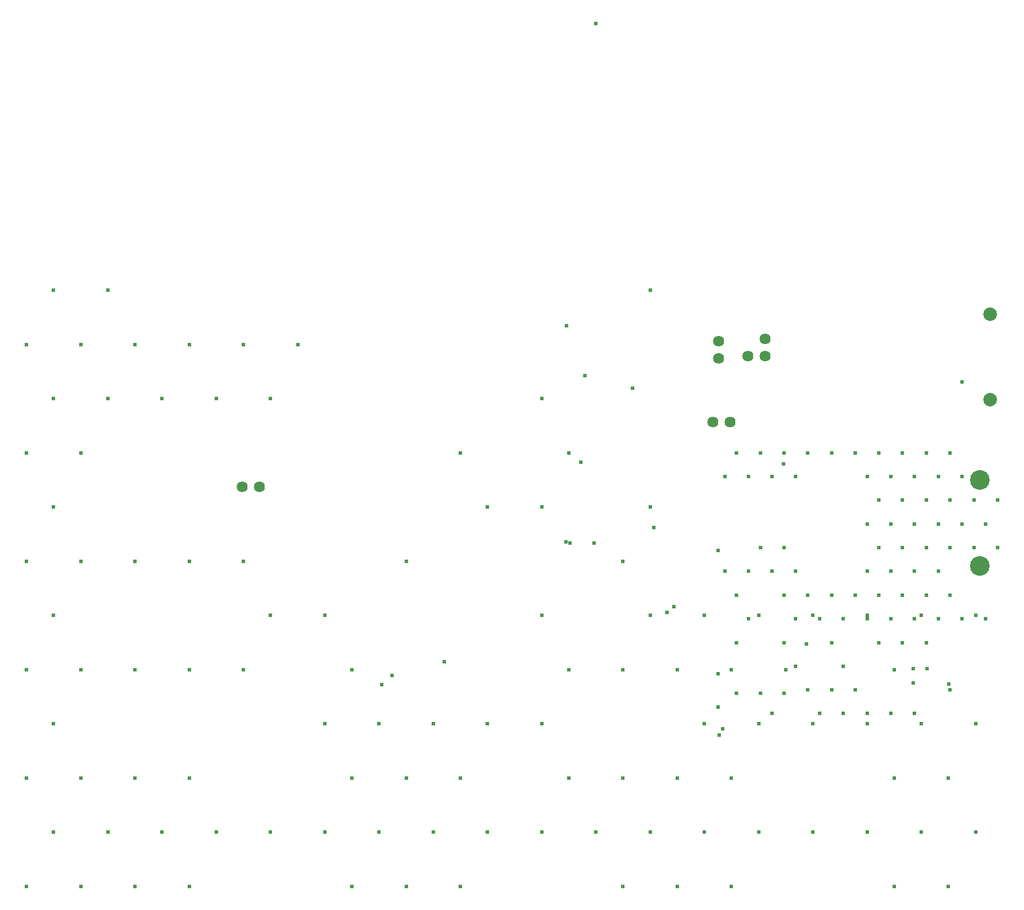
<source format=gbs>
%FSTAX23Y23*%
%MOIN*%
%SFA1B1*%

%IPPOS*%
%ADD131C,0.114236*%
%ADD132C,0.078803*%
%ADD133C,0.064000*%
%ADD134C,0.023685*%
%LNmdriver2_control-1*%
%LPD*%
G54D131*
X05567Y0257D03*
Y0207D03*
G54D132*
X05627Y03532D03*
Y03036D03*
G54D133*
X01383Y02531D03*
X0422Y0329D03*
X0432D03*
Y0339D03*
X04052Y03276D03*
X04118Y02908D03*
X01283Y02531D03*
X04018Y02908D03*
X04052Y03376D03*
G54D134*
X05543Y01783D03*
Y01153D03*
X05385Y00838D03*
X05543Y00523D03*
X05385Y00208D03*
X05228Y01783D03*
X0507Y01468D03*
X05228Y01153D03*
X0507Y00838D03*
X05228Y00523D03*
X0507Y00208D03*
X04913Y01783D03*
Y01153D03*
Y00523D03*
X04598Y01783D03*
X0444Y01468D03*
X04598Y01153D03*
Y00523D03*
X04283Y01783D03*
X04125Y01468D03*
X04283Y01153D03*
X04125Y00838D03*
X04283Y00523D03*
X04125Y00208D03*
X03968Y01783D03*
X0381Y01468D03*
X03968Y01153D03*
X0381Y00838D03*
X03968Y00523D03*
X0381Y00208D03*
X03653Y03673D03*
Y02413D03*
X03495Y02098D03*
X03653Y01783D03*
X03495Y01468D03*
Y00838D03*
X03653Y00523D03*
X03495Y00208D03*
X0318Y02728D03*
Y01468D03*
Y00838D03*
X03338Y00523D03*
X03023Y03043D03*
Y02413D03*
Y01783D03*
Y01153D03*
Y00523D03*
X02551Y02728D03*
X02708Y02413D03*
Y01153D03*
X02551Y00838D03*
X02708Y00523D03*
X02551Y00208D03*
X02236Y02098D03*
X02393Y01153D03*
X02236Y00838D03*
X02393Y00523D03*
X02236Y00208D03*
X01921Y01468D03*
X02078Y01153D03*
X01921Y00838D03*
X02078Y00523D03*
X01921Y00208D03*
X01606Y03358D03*
X01763Y01783D03*
Y01153D03*
Y00523D03*
X01291Y03358D03*
X01448Y03043D03*
X01291Y02098D03*
X01448Y01783D03*
X01291Y01468D03*
X01448Y00523D03*
X00976Y03358D03*
X01133Y03043D03*
X00976Y02098D03*
Y01468D03*
Y00838D03*
X01133Y00523D03*
X00976Y00208D03*
X00661Y03358D03*
X00818Y03043D03*
X00661Y02098D03*
Y01468D03*
Y00838D03*
X00818Y00523D03*
X00661Y00208D03*
X00503Y03673D03*
X00346Y03358D03*
X00503Y03043D03*
X00346Y02728D03*
Y02098D03*
Y01468D03*
Y00838D03*
X00503Y00523D03*
X00346Y00208D03*
X00188Y03673D03*
X00031Y03358D03*
X00188Y03043D03*
X00031Y02728D03*
X00188Y02413D03*
X00031Y02098D03*
X00188Y01783D03*
X00031Y01468D03*
X00188Y01153D03*
X00031Y00838D03*
X00188Y00523D03*
X00031Y00208D03*
X04055Y01087D03*
X04075Y01124D03*
X03673Y02295D03*
X03327Y02203D03*
X0456Y01617D03*
X04499Y01763D03*
X04775Y01488D03*
X04844Y0135D03*
X03166Y03466D03*
X0325Y02673D03*
X03338Y05222D03*
X03274Y03177D03*
X03552Y03103D03*
X04049Y0216D03*
X02154Y01432D03*
X02459Y01513D03*
X02094Y01379D03*
X05386Y01383D03*
X05261Y01474D03*
X05181Y0139D03*
Y01474D03*
X04426Y02665D03*
X04293Y0133D03*
X0443D03*
X04155D03*
X04047Y01443D03*
X03751Y018D03*
X0379Y01832D03*
X03163Y0221D03*
X03187Y02203D03*
X04047Y01251D03*
X05671Y02452D03*
X05602Y02314D03*
X05671Y02177D03*
X05602Y01763D03*
X05464Y03141D03*
Y0259D03*
X05533Y02452D03*
X05464Y02314D03*
X05533Y02177D03*
X05464Y01763D03*
X05395Y02728D03*
X05326Y0259D03*
X05395Y02452D03*
X05326Y02314D03*
X05395Y02177D03*
X05326Y02039D03*
X05395Y01901D03*
X05326Y01763D03*
X05395Y0135D03*
X05257Y02728D03*
X05188Y0259D03*
X05257Y02452D03*
X05188Y02314D03*
X05257Y02177D03*
X05188Y02039D03*
X05257Y01901D03*
X05188Y01763D03*
X05257Y01625D03*
X05188Y01212D03*
X05119Y02728D03*
X05051Y0259D03*
X05119Y02452D03*
X05051Y02314D03*
X05119Y02177D03*
X05051Y02039D03*
X05119Y01901D03*
X05051Y01763D03*
X05119Y01625D03*
X05051Y01212D03*
X04982Y02728D03*
X04913Y0259D03*
X04982Y02452D03*
X04913Y02314D03*
X04982Y02177D03*
X04913Y02039D03*
X04982Y01901D03*
X04913Y01763D03*
X04982Y01625D03*
X04913Y01212D03*
X04844Y02728D03*
Y01901D03*
X04775Y01763D03*
Y01212D03*
X04706Y02728D03*
Y01901D03*
X04637Y01763D03*
X04706Y01625D03*
Y0135D03*
X04637Y01212D03*
X04568Y02728D03*
X04499Y0259D03*
Y02039D03*
X04568Y01901D03*
X04499Y01488D03*
X04568Y0135D03*
X0443Y02728D03*
X04362Y0259D03*
X0443Y02177D03*
X04362Y02039D03*
X0443Y01901D03*
Y01625D03*
X04362Y01212D03*
X04293Y02728D03*
X04224Y0259D03*
X04293Y02177D03*
X04224Y02039D03*
Y01763D03*
X04155Y02728D03*
X04086Y0259D03*
Y02039D03*
X04155Y01901D03*
Y01625D03*
M02*
</source>
